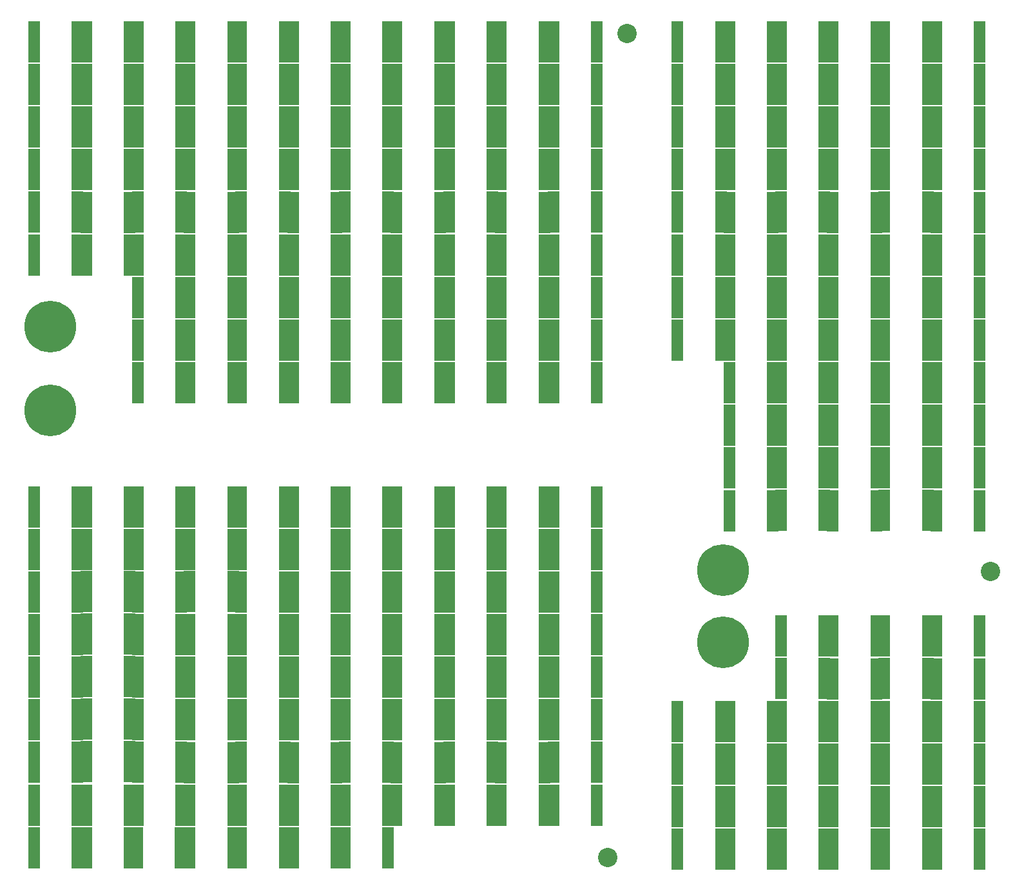
<source format=gbr>
G04 #@! TF.GenerationSoftware,KiCad,Pcbnew,(5.0.0)*
G04 #@! TF.CreationDate,2019-06-04T18:43:43-07:00*
G04 #@! TF.ProjectId,SSB Cap Board - Rev2,5353422043617020426F617264202D20,rev?*
G04 #@! TF.SameCoordinates,Original*
G04 #@! TF.FileFunction,Soldermask,Bot*
G04 #@! TF.FilePolarity,Negative*
%FSLAX46Y46*%
G04 Gerber Fmt 4.6, Leading zero omitted, Abs format (unit mm)*
G04 Created by KiCad (PCBNEW (5.0.0)) date 06/04/19 18:43:43*
%MOMM*%
%LPD*%
G01*
G04 APERTURE LIST*
%ADD10C,2.540000*%
%ADD11R,1.650000X5.400000*%
%ADD12C,6.800000*%
%ADD13C,1.200000*%
G04 APERTURE END LIST*
D10*
G04 #@! TO.C,REF\002A\002A*
X63500000Y33800000D03*
G04 #@! TD*
G04 #@! TO.C,REF\002A\002A*
X13200000Y-3800000D03*
G04 #@! TD*
G04 #@! TO.C,REF\002A\002A*
X15800000Y104500000D03*
G04 #@! TD*
D11*
G04 #@! TO.C,C579*
X28095000Y75405000D03*
X22395000Y75405000D03*
G04 #@! TD*
G04 #@! TO.C,C577*
X28095000Y86605000D03*
X22395000Y86605000D03*
G04 #@! TD*
G04 #@! TO.C,C575*
X41695000Y92205000D03*
X35995000Y92205000D03*
G04 #@! TD*
G04 #@! TO.C,C574*
X48505000Y75395000D03*
X42805000Y75395000D03*
G04 #@! TD*
G04 #@! TO.C,C600*
X56405000Y75395000D03*
X62105000Y75395000D03*
G04 #@! TD*
G04 #@! TO.C,C569*
X28095000Y81005000D03*
X22395000Y81005000D03*
G04 #@! TD*
G04 #@! TO.C,C567*
X28095000Y92205000D03*
X22395000Y92205000D03*
G04 #@! TD*
G04 #@! TO.C,C571*
X62105000Y69795000D03*
X56405000Y69795000D03*
G04 #@! TD*
G04 #@! TO.C,C598*
X41695000Y25305000D03*
X35995000Y25305000D03*
G04 #@! TD*
G04 #@! TO.C,C594*
X28095000Y97805000D03*
X22395000Y97805000D03*
G04 #@! TD*
G04 #@! TO.C,C582*
X41695000Y103405000D03*
X35995000Y103405000D03*
G04 #@! TD*
G04 #@! TO.C,C580*
X62105000Y92195000D03*
X56405000Y92195000D03*
G04 #@! TD*
G04 #@! TO.C,C589*
X42805000Y64195000D03*
X48505000Y64195000D03*
G04 #@! TD*
G04 #@! TO.C,C587*
X56405000Y64195000D03*
X62105000Y64195000D03*
G04 #@! TD*
G04 #@! TO.C,C586*
X49595000Y47405000D03*
X55295000Y47405000D03*
G04 #@! TD*
G04 #@! TO.C,C583*
X28095000Y103405000D03*
X22395000Y103405000D03*
G04 #@! TD*
G04 #@! TO.C,C581*
X29205000Y52995000D03*
X34905000Y52995000D03*
G04 #@! TD*
G04 #@! TO.C,C505*
X48505000Y19695000D03*
X42805000Y19695000D03*
G04 #@! TD*
G04 #@! TO.C,C503*
X22395000Y14105000D03*
X28095000Y14105000D03*
G04 #@! TD*
G04 #@! TO.C,C502*
X56405000Y103395000D03*
X62105000Y103395000D03*
G04 #@! TD*
G04 #@! TO.C,C501*
X34905000Y103395000D03*
X29205000Y103395000D03*
G04 #@! TD*
G04 #@! TO.C,C500*
X56405000Y25295000D03*
X62105000Y25295000D03*
G04 #@! TD*
G04 #@! TO.C,C498*
X49595000Y-2695000D03*
X55295000Y-2695000D03*
G04 #@! TD*
G04 #@! TO.C,C452*
X42805000Y14095000D03*
X48505000Y14095000D03*
G04 #@! TD*
G04 #@! TO.C,C449*
X35995000Y53005000D03*
X41695000Y53005000D03*
G04 #@! TD*
G04 #@! TO.C,C496*
X28095000Y64205000D03*
X22395000Y64205000D03*
G04 #@! TD*
G04 #@! TO.C,C495*
X34905000Y2895000D03*
X29205000Y2895000D03*
G04 #@! TD*
G04 #@! TO.C,C493*
X34905000Y97795000D03*
X29205000Y97795000D03*
G04 #@! TD*
G04 #@! TO.C,C492*
X56405000Y19695000D03*
X62105000Y19695000D03*
G04 #@! TD*
G04 #@! TO.C,C491*
X49595000Y2905000D03*
X55295000Y2905000D03*
G04 #@! TD*
G04 #@! TO.C,C490*
X42805000Y8495000D03*
X48505000Y8495000D03*
G04 #@! TD*
G04 #@! TO.C,C499*
X35995000Y58605000D03*
X41695000Y58605000D03*
G04 #@! TD*
G04 #@! TO.C,C497*
X28095000Y-2695000D03*
X22395000Y-2695000D03*
G04 #@! TD*
G04 #@! TO.C,C524*
X35995000Y47405000D03*
X41695000Y47405000D03*
G04 #@! TD*
G04 #@! TO.C,C523*
X29205000Y-2705000D03*
X34905000Y-2705000D03*
G04 #@! TD*
G04 #@! TO.C,C522*
X49595000Y81005000D03*
X55295000Y81005000D03*
G04 #@! TD*
G04 #@! TO.C,C521*
X29205000Y92195000D03*
X34905000Y92195000D03*
G04 #@! TD*
G04 #@! TO.C,C520*
X62105000Y14095000D03*
X56405000Y14095000D03*
G04 #@! TD*
G04 #@! TO.C,C519*
X55295000Y8505000D03*
X49595000Y8505000D03*
G04 #@! TD*
G04 #@! TO.C,C518*
X48505000Y2895000D03*
X42805000Y2895000D03*
G04 #@! TD*
G04 #@! TO.C,C480*
X41695000Y64205000D03*
X35995000Y64205000D03*
G04 #@! TD*
G04 #@! TO.C,C506*
X22395000Y2905000D03*
X28095000Y2905000D03*
G04 #@! TD*
G04 #@! TO.C,C515*
X42805000Y103395000D03*
X48505000Y103395000D03*
G04 #@! TD*
G04 #@! TO.C,C514*
X35995000Y-2695000D03*
X41695000Y-2695000D03*
G04 #@! TD*
G04 #@! TO.C,C513*
X56405000Y41795000D03*
X62105000Y41795000D03*
G04 #@! TD*
G04 #@! TO.C,C512*
X49595000Y86605000D03*
X55295000Y86605000D03*
G04 #@! TD*
G04 #@! TO.C,C511*
X29205000Y86595000D03*
X34905000Y86595000D03*
G04 #@! TD*
G04 #@! TO.C,C510*
X62105000Y8495000D03*
X56405000Y8495000D03*
G04 #@! TD*
G04 #@! TO.C,C509*
X55295000Y14105000D03*
X49595000Y14105000D03*
G04 #@! TD*
G04 #@! TO.C,C507*
X48505000Y-2705000D03*
X42805000Y-2705000D03*
G04 #@! TD*
G04 #@! TO.C,C516*
X41695000Y69805000D03*
X35995000Y69805000D03*
G04 #@! TD*
G04 #@! TO.C,C469*
X22395000Y8505000D03*
X28095000Y8505000D03*
G04 #@! TD*
G04 #@! TO.C,C468*
X42805000Y97795000D03*
X48505000Y97795000D03*
G04 #@! TD*
G04 #@! TO.C,C467*
X35995000Y2905000D03*
X41695000Y2905000D03*
G04 #@! TD*
G04 #@! TO.C,C466*
X55295000Y41805000D03*
X49595000Y41805000D03*
G04 #@! TD*
G04 #@! TO.C,C465*
X49595000Y92205000D03*
X55295000Y92205000D03*
G04 #@! TD*
G04 #@! TO.C,C464*
X42805000Y41795000D03*
X48505000Y41795000D03*
G04 #@! TD*
G04 #@! TO.C,C463*
X34905000Y80995000D03*
X29205000Y80995000D03*
G04 #@! TD*
G04 #@! TO.C,C461*
X56405000Y2895000D03*
X62105000Y2895000D03*
G04 #@! TD*
G04 #@! TO.C,C488*
X49595000Y19705000D03*
X55295000Y19705000D03*
G04 #@! TD*
G04 #@! TO.C,C460*
X41695000Y75405000D03*
X35995000Y75405000D03*
G04 #@! TD*
G04 #@! TO.C,C459*
X34905000Y8495000D03*
X29205000Y8495000D03*
G04 #@! TD*
G04 #@! TO.C,C458*
X42805000Y92195000D03*
X48505000Y92195000D03*
G04 #@! TD*
G04 #@! TO.C,C457*
X35995000Y8505000D03*
X41695000Y8505000D03*
G04 #@! TD*
G04 #@! TO.C,C455*
X49595000Y97805000D03*
X55295000Y97805000D03*
G04 #@! TD*
G04 #@! TO.C,C454*
X41695000Y41805000D03*
X35995000Y41805000D03*
G04 #@! TD*
G04 #@! TO.C,C453*
X34905000Y75395000D03*
X29205000Y75395000D03*
G04 #@! TD*
G04 #@! TO.C,C489*
X35995000Y19705000D03*
X41695000Y19705000D03*
G04 #@! TD*
G04 #@! TO.C,C487*
X55295000Y25305000D03*
X49595000Y25305000D03*
G04 #@! TD*
G04 #@! TO.C,C486*
X35995000Y81005000D03*
X41695000Y81005000D03*
G04 #@! TD*
G04 #@! TO.C,C485*
X42805000Y86595000D03*
X48505000Y86595000D03*
G04 #@! TD*
G04 #@! TO.C,C484*
X35995000Y14105000D03*
X41695000Y14105000D03*
G04 #@! TD*
G04 #@! TO.C,C483*
X56405000Y86595000D03*
X62105000Y86595000D03*
G04 #@! TD*
G04 #@! TO.C,C482*
X49595000Y103405000D03*
X55295000Y103405000D03*
G04 #@! TD*
G04 #@! TO.C,C481*
X56405000Y97795000D03*
X62105000Y97795000D03*
G04 #@! TD*
G04 #@! TO.C,C508*
X34905000Y69795000D03*
X29205000Y69795000D03*
G04 #@! TD*
G04 #@! TO.C,C478*
X22395000Y69805000D03*
X28095000Y69805000D03*
G04 #@! TD*
G04 #@! TO.C,C476*
X48505000Y25295000D03*
X42805000Y25295000D03*
G04 #@! TD*
G04 #@! TO.C,C475*
X41695000Y86605000D03*
X35995000Y86605000D03*
G04 #@! TD*
G04 #@! TO.C,C474*
X48505000Y80995000D03*
X42805000Y80995000D03*
G04 #@! TD*
G04 #@! TO.C,C473*
X56405000Y80995000D03*
X62105000Y80995000D03*
G04 #@! TD*
G04 #@! TO.C,C472*
X62105000Y-2705000D03*
X56405000Y-2705000D03*
G04 #@! TD*
G04 #@! TO.C,C470*
X34905000Y64195000D03*
X29205000Y64195000D03*
G04 #@! TD*
G04 #@! TO.C,C525*
X34905000Y58595000D03*
X29205000Y58595000D03*
G04 #@! TD*
G04 #@! TO.C,C565*
X35995000Y97805000D03*
X41695000Y97805000D03*
G04 #@! TD*
G04 #@! TO.C,C526*
X48505000Y69795000D03*
X42805000Y69795000D03*
G04 #@! TD*
G04 #@! TO.C,C543*
X48505000Y58595000D03*
X42805000Y58595000D03*
G04 #@! TD*
G04 #@! TO.C,C541*
X62105000Y58595000D03*
X56405000Y58595000D03*
G04 #@! TD*
G04 #@! TO.C,C539*
X49595000Y53005000D03*
X55295000Y53005000D03*
G04 #@! TD*
G04 #@! TO.C,C538*
X29205000Y14095000D03*
X34905000Y14095000D03*
G04 #@! TD*
G04 #@! TO.C,C563*
X34905000Y47395000D03*
X29205000Y47395000D03*
G04 #@! TD*
G04 #@! TO.C,C533*
X48505000Y52995000D03*
X42805000Y52995000D03*
G04 #@! TD*
G04 #@! TO.C,C531*
X62105000Y52995000D03*
X56405000Y52995000D03*
G04 #@! TD*
G04 #@! TO.C,C529*
X49595000Y58605000D03*
X55295000Y58605000D03*
G04 #@! TD*
G04 #@! TO.C,C561*
X48505000Y47395000D03*
X42805000Y47395000D03*
G04 #@! TD*
G04 #@! TO.C,C559*
X62105000Y47395000D03*
X56405000Y47395000D03*
G04 #@! TD*
G04 #@! TO.C,C557*
X49595000Y64205000D03*
X55295000Y64205000D03*
G04 #@! TD*
G04 #@! TO.C,C549*
X34905000Y41795000D03*
X29205000Y41795000D03*
G04 #@! TD*
G04 #@! TO.C,C547*
X49595000Y69805000D03*
X55295000Y69805000D03*
G04 #@! TD*
G04 #@! TO.C,C426*
X55295000Y75405000D03*
X49595000Y75405000D03*
G04 #@! TD*
G04 #@! TO.C,C173*
X-56405000Y31105000D03*
X-62105000Y31105000D03*
G04 #@! TD*
G04 #@! TO.C,C300*
X-22395000Y80995000D03*
X-28095000Y80995000D03*
G04 #@! TD*
G04 #@! TO.C,C242*
X-22395000Y86595000D03*
X-28095000Y86595000D03*
G04 #@! TD*
G04 #@! TO.C,C239*
X-28095000Y58595000D03*
X-22395000Y58595000D03*
G04 #@! TD*
G04 #@! TO.C,C232*
X-28095000Y92195000D03*
X-22395000Y92195000D03*
G04 #@! TD*
G04 #@! TO.C,C250*
X-22395000Y64195000D03*
X-28095000Y64195000D03*
G04 #@! TD*
G04 #@! TO.C,C255*
X-28095000Y42295000D03*
X-22395000Y42295000D03*
G04 #@! TD*
G04 #@! TO.C,C64*
X-62105000Y25505000D03*
X-56405000Y25505000D03*
G04 #@! TD*
G04 #@! TO.C,C5*
X11805000Y25505000D03*
X6105000Y25505000D03*
G04 #@! TD*
G04 #@! TO.C,C23*
X11795000Y19905000D03*
X6095000Y19905000D03*
G04 #@! TD*
G04 #@! TO.C,C129*
X11795000Y14305000D03*
X6095000Y14305000D03*
G04 #@! TD*
G04 #@! TO.C,C307*
X-22395000Y75395000D03*
X-28095000Y75395000D03*
G04 #@! TD*
G04 #@! TO.C,C303*
X6095000Y31105000D03*
X11795000Y31105000D03*
G04 #@! TD*
G04 #@! TO.C,C337*
X-14495000Y36695000D03*
X-8795000Y36695000D03*
G04 #@! TD*
G04 #@! TO.C,C326*
X-22395000Y103395000D03*
X-28095000Y103395000D03*
G04 #@! TD*
G04 #@! TO.C,C323*
X-28095000Y69795000D03*
X-22395000Y69795000D03*
G04 #@! TD*
G04 #@! TO.C,C391*
X-28095000Y97795000D03*
X-22395000Y97795000D03*
G04 #@! TD*
G04 #@! TO.C,C342*
X-35995000Y-2505000D03*
X-41695000Y-2505000D03*
G04 #@! TD*
G04 #@! TO.C,C341*
X-48580365Y-2495000D03*
X-42880365Y-2495000D03*
G04 #@! TD*
G04 #@! TO.C,C340*
X-22395000Y3095000D03*
X-28095000Y3095000D03*
G04 #@! TD*
G04 #@! TO.C,C339*
X-21305000Y-2495000D03*
X-15605000Y-2495000D03*
G04 #@! TD*
G04 #@! TO.C,C338*
X-62105000Y36705000D03*
X-56405000Y36705000D03*
G04 #@! TD*
G04 #@! TO.C,C336*
X-34905000Y-2495000D03*
X-29205000Y-2495000D03*
G04 #@! TD*
G04 #@! TO.C,C335*
X-49595000Y25595000D03*
X-55295000Y25595000D03*
G04 #@! TD*
G04 #@! TO.C,C334*
X-48505000Y3105000D03*
X-42805000Y3105000D03*
G04 #@! TD*
G04 #@! TO.C,C333*
X-48505000Y31105000D03*
X-42805000Y31105000D03*
G04 #@! TD*
G04 #@! TO.C,C332*
X-22395000Y-2505000D03*
X-28095000Y-2505000D03*
G04 #@! TD*
G04 #@! TO.C,C376*
X-21305000Y3105000D03*
X-15605000Y3105000D03*
G04 #@! TD*
G04 #@! TO.C,C328*
X-62105000Y42305000D03*
X-56405000Y42305000D03*
G04 #@! TD*
G04 #@! TO.C,C327*
X-49595000Y97795000D03*
X-55295000Y97795000D03*
G04 #@! TD*
G04 #@! TO.C,C325*
X-49595000Y19995000D03*
X-55295000Y19995000D03*
G04 #@! TD*
G04 #@! TO.C,C324*
X-48505000Y8705000D03*
X-42805000Y8705000D03*
G04 #@! TD*
G04 #@! TO.C,C322*
X-49595000Y-2505000D03*
X-55295000Y-2505000D03*
G04 #@! TD*
G04 #@! TO.C,C321*
X-21305000Y8705000D03*
X-15605000Y8705000D03*
G04 #@! TD*
G04 #@! TO.C,C320*
X-34905000Y19905000D03*
X-29205000Y19905000D03*
G04 #@! TD*
G04 #@! TO.C,C319*
X-49595000Y92195000D03*
X-55295000Y92195000D03*
G04 #@! TD*
G04 #@! TO.C,C318*
X-7605000Y42305000D03*
X-1905000Y42305000D03*
G04 #@! TD*
G04 #@! TO.C,C317*
X-34905000Y8705000D03*
X-29205000Y8705000D03*
G04 #@! TD*
G04 #@! TO.C,C316*
X-49595000Y14395000D03*
X-55295000Y14395000D03*
G04 #@! TD*
G04 #@! TO.C,C331*
X-48505000Y14305000D03*
X-42805000Y14305000D03*
G04 #@! TD*
G04 #@! TO.C,C330*
X-35995000Y25495000D03*
X-41695000Y25495000D03*
G04 #@! TD*
G04 #@! TO.C,C329*
X-7605000Y3105000D03*
X-1905000Y3105000D03*
G04 #@! TD*
G04 #@! TO.C,C374*
X-21305000Y14305000D03*
X-15605000Y14305000D03*
G04 #@! TD*
G04 #@! TO.C,C373*
X-34905000Y25505000D03*
X-29205000Y25505000D03*
G04 #@! TD*
G04 #@! TO.C,C372*
X-49595000Y86595000D03*
X-55295000Y86595000D03*
G04 #@! TD*
G04 #@! TO.C,C371*
X4905000Y92195000D03*
X-795000Y92195000D03*
G04 #@! TD*
G04 #@! TO.C,C370*
X-49595000Y3095000D03*
X-55295000Y3095000D03*
G04 #@! TD*
G04 #@! TO.C,C369*
X6095000Y36705000D03*
X11795000Y36705000D03*
G04 #@! TD*
G04 #@! TO.C,C368*
X-8795000Y103395000D03*
X-14495000Y103395000D03*
G04 #@! TD*
G04 #@! TO.C,C367*
X-49595000Y8795000D03*
X-55295000Y8795000D03*
G04 #@! TD*
G04 #@! TO.C,C366*
X-48505000Y19905000D03*
X-42805000Y19905000D03*
G04 #@! TD*
G04 #@! TO.C,C365*
X-35995000Y19895000D03*
X-41695000Y19895000D03*
G04 #@! TD*
G04 #@! TO.C,C364*
X-7605000Y8705000D03*
X-1905000Y8705000D03*
G04 #@! TD*
G04 #@! TO.C,C363*
X-21305000Y19905000D03*
X-15605000Y19905000D03*
G04 #@! TD*
G04 #@! TO.C,C346*
X-34905000Y31105000D03*
X-29205000Y31105000D03*
G04 #@! TD*
G04 #@! TO.C,C344*
X-49595000Y80995000D03*
X-55295000Y80995000D03*
G04 #@! TD*
G04 #@! TO.C,C359*
X4905000Y86595000D03*
X-795000Y86595000D03*
G04 #@! TD*
G04 #@! TO.C,C357*
X-8795000Y97795000D03*
X-14495000Y97795000D03*
G04 #@! TD*
G04 #@! TO.C,C356*
X-34905000Y14305000D03*
X-29205000Y14305000D03*
G04 #@! TD*
G04 #@! TO.C,C355*
X-62105000Y8705000D03*
X-56405000Y8705000D03*
G04 #@! TD*
G04 #@! TO.C,C354*
X-48505000Y25505000D03*
X-42805000Y25505000D03*
G04 #@! TD*
G04 #@! TO.C,C353*
X-35995000Y14295000D03*
X-41695000Y14295000D03*
G04 #@! TD*
G04 #@! TO.C,C352*
X-7605000Y14305000D03*
X-1905000Y14305000D03*
G04 #@! TD*
G04 #@! TO.C,C351*
X-21305000Y25505000D03*
X-15605000Y25505000D03*
G04 #@! TD*
G04 #@! TO.C,C350*
X-34905000Y36705000D03*
X-29205000Y36705000D03*
G04 #@! TD*
G04 #@! TO.C,C349*
X-49595000Y75395000D03*
X-55295000Y75395000D03*
G04 #@! TD*
G04 #@! TO.C,C348*
X4905000Y80995000D03*
X-795000Y80995000D03*
G04 #@! TD*
G04 #@! TO.C,C347*
X-7605000Y58605000D03*
X-1905000Y58605000D03*
G04 #@! TD*
G04 #@! TO.C,C362*
X-8795000Y92195000D03*
X-14495000Y92195000D03*
G04 #@! TD*
G04 #@! TO.C,C361*
X-7605000Y36705000D03*
X-1905000Y36705000D03*
G04 #@! TD*
G04 #@! TO.C,C360*
X-8795000Y31095000D03*
X-14495000Y31095000D03*
G04 #@! TD*
G04 #@! TO.C,C279*
X-62105000Y103405000D03*
X-56405000Y103405000D03*
G04 #@! TD*
G04 #@! TO.C,C278*
X4905000Y75395000D03*
X-795000Y75395000D03*
G04 #@! TD*
G04 #@! TO.C,C277*
X-8795000Y80995000D03*
X-14495000Y80995000D03*
G04 #@! TD*
G04 #@! TO.C,C276*
X4905000Y103395000D03*
X-795000Y103395000D03*
G04 #@! TD*
G04 #@! TO.C,C275*
X-22395000Y8695000D03*
X-28095000Y8695000D03*
G04 #@! TD*
G04 #@! TO.C,C274*
X-21305000Y42305000D03*
X-15605000Y42305000D03*
G04 #@! TD*
G04 #@! TO.C,C272*
X-22417000Y19910000D03*
X-28117000Y19910000D03*
G04 #@! TD*
G04 #@! TO.C,C271*
X4905000Y58595000D03*
X-795000Y58595000D03*
G04 #@! TD*
G04 #@! TO.C,C270*
X-7605000Y81005000D03*
X-1905000Y81005000D03*
G04 #@! TD*
G04 #@! TO.C,C269*
X-8795000Y69795000D03*
X-14495000Y69795000D03*
G04 #@! TD*
G04 #@! TO.C,C315*
X-21305000Y69805000D03*
X-15605000Y69805000D03*
G04 #@! TD*
G04 #@! TO.C,C267*
X-49595000Y103395000D03*
X-55295000Y103395000D03*
G04 #@! TD*
G04 #@! TO.C,C313*
X-8795000Y14295000D03*
X-14495000Y14295000D03*
G04 #@! TD*
G04 #@! TO.C,C312*
X-7605000Y103405000D03*
X-1905000Y103405000D03*
G04 #@! TD*
G04 #@! TO.C,C263*
X-21305000Y81005000D03*
X-15605000Y81005000D03*
G04 #@! TD*
G04 #@! TO.C,C256*
X4905000Y42295000D03*
X-795000Y42295000D03*
G04 #@! TD*
G04 #@! TO.C,C254*
X-7605000Y97805000D03*
X-1905000Y97805000D03*
G04 #@! TD*
G04 #@! TO.C,C268*
X-21305000Y86605000D03*
X-15605000Y86605000D03*
G04 #@! TD*
G04 #@! TO.C,C306*
X4905000Y36695000D03*
X-795000Y36695000D03*
G04 #@! TD*
G04 #@! TO.C,C305*
X-21305000Y92205000D03*
X-15605000Y92205000D03*
G04 #@! TD*
G04 #@! TO.C,C297*
X-8795000Y42295000D03*
X-14495000Y42295000D03*
G04 #@! TD*
G04 #@! TO.C,C280*
X-21305000Y97805000D03*
X-15605000Y97805000D03*
G04 #@! TD*
G04 #@! TO.C,C290*
X4905000Y97795000D03*
X-795000Y97795000D03*
G04 #@! TD*
G04 #@! TO.C,C288*
X-21305000Y103405000D03*
X-15605000Y103405000D03*
G04 #@! TD*
G04 #@! TO.C,C375*
X-49595000Y42295000D03*
X-55295000Y42295000D03*
G04 #@! TD*
G04 #@! TO.C,C393*
X-35995000Y103395000D03*
X-41695000Y103395000D03*
G04 #@! TD*
G04 #@! TO.C,C69*
X11795000Y86605000D03*
X6095000Y86605000D03*
G04 #@! TD*
G04 #@! TO.C,C67*
X4905000Y3095000D03*
X-795000Y3095000D03*
G04 #@! TD*
G04 #@! TO.C,C66*
X4905000Y25495000D03*
X-795000Y25495000D03*
G04 #@! TD*
G04 #@! TO.C,C79*
X-21305000Y36708105D03*
X-15605000Y36708105D03*
G04 #@! TD*
G04 #@! TO.C,C124*
X-42805000Y42305000D03*
X-48505000Y42305000D03*
G04 #@! TD*
G04 #@! TO.C,C123*
X-35995000Y92195000D03*
X-41695000Y92195000D03*
G04 #@! TD*
G04 #@! TO.C,C122*
X11795000Y42305000D03*
X6095000Y42305000D03*
G04 #@! TD*
G04 #@! TO.C,C121*
X6095000Y103415470D03*
X11795000Y103415470D03*
G04 #@! TD*
G04 #@! TO.C,C117*
X-34905000Y92205000D03*
X-29205000Y92205000D03*
G04 #@! TD*
G04 #@! TO.C,C114*
X-41695000Y86595000D03*
X-35995000Y86595000D03*
G04 #@! TD*
G04 #@! TO.C,C113*
X-56405000Y-2495000D03*
X-62105000Y-2495000D03*
G04 #@! TD*
G04 #@! TO.C,C112*
X-34905000Y81005000D03*
X-29205000Y81005000D03*
G04 #@! TD*
G04 #@! TO.C,C111*
X-42805000Y81005000D03*
X-48505000Y81005000D03*
G04 #@! TD*
G04 #@! TO.C,C159*
X-35995000Y58595000D03*
X-41695000Y58595000D03*
G04 #@! TD*
G04 #@! TO.C,C109*
X11795000Y75405000D03*
X6095000Y75405000D03*
G04 #@! TD*
G04 #@! TO.C,C107*
X4905000Y19895000D03*
X-795000Y19895000D03*
G04 #@! TD*
G04 #@! TO.C,C104*
X4905000Y8695000D03*
X-795000Y8695000D03*
G04 #@! TD*
G04 #@! TO.C,C103*
X-34905000Y103405000D03*
X-29205000Y103405000D03*
G04 #@! TD*
G04 #@! TO.C,C102*
X-34905000Y64205000D03*
X-29205000Y64205000D03*
G04 #@! TD*
G04 #@! TO.C,C101*
X-42805000Y64205000D03*
X-48505000Y64205000D03*
G04 #@! TD*
G04 #@! TO.C,C100*
X-41695000Y75395000D03*
X-35995000Y75395000D03*
G04 #@! TD*
G04 #@! TO.C,C99*
X11795000Y58605000D03*
X6095000Y58605000D03*
G04 #@! TD*
G04 #@! TO.C,C98*
X-42805000Y103405000D03*
X-48505000Y103405000D03*
G04 #@! TD*
G04 #@! TO.C,C28*
X4905000Y31095000D03*
X-795000Y31095000D03*
G04 #@! TD*
G04 #@! TO.C,C27*
X-8795000Y3095000D03*
X-14495000Y3095000D03*
G04 #@! TD*
G04 #@! TO.C,C26*
X-29205000Y42305000D03*
X-34905000Y42305000D03*
G04 #@! TD*
G04 #@! TO.C,C25*
X-48505000Y36705000D03*
X-42805000Y36705000D03*
G04 #@! TD*
G04 #@! TO.C,C24*
X-35995000Y97795000D03*
X-41695000Y97795000D03*
G04 #@! TD*
G04 #@! TO.C,C20*
X-48505000Y69805000D03*
X-42805000Y69805000D03*
G04 #@! TD*
G04 #@! TO.C,C19*
X-41695000Y69795000D03*
X-35995000Y69795000D03*
G04 #@! TD*
G04 #@! TO.C,C18*
X11795000Y64205000D03*
X6095000Y64205000D03*
G04 #@! TD*
G04 #@! TO.C,C6*
X-34905000Y75405000D03*
X-29205000Y75405000D03*
G04 #@! TD*
G04 #@! TO.C,C7*
X-42805000Y75405000D03*
X-48505000Y75405000D03*
G04 #@! TD*
G04 #@! TO.C,C8*
X-35995000Y64195000D03*
X-41695000Y64195000D03*
G04 #@! TD*
G04 #@! TO.C,C9*
X11795000Y69805000D03*
X6095000Y69805000D03*
G04 #@! TD*
G04 #@! TO.C,C17*
X-62105000Y14305000D03*
X-56405000Y14305000D03*
G04 #@! TD*
G04 #@! TO.C,C58*
X-34905000Y86605000D03*
X-29205000Y86605000D03*
G04 #@! TD*
G04 #@! TO.C,C57*
X-35995000Y42295000D03*
X-41695000Y42295000D03*
G04 #@! TD*
G04 #@! TO.C,C56*
X-48505000Y86605000D03*
X-42805000Y86605000D03*
G04 #@! TD*
G04 #@! TO.C,C54*
X11795000Y81005000D03*
X6095000Y81005000D03*
G04 #@! TD*
G04 #@! TO.C,C30*
X-48505000Y92205000D03*
X-42805000Y92205000D03*
G04 #@! TD*
G04 #@! TO.C,C42*
X-34905000Y69805000D03*
X-29205000Y69805000D03*
G04 #@! TD*
G04 #@! TO.C,C218*
X-8795000Y58595000D03*
X-14495000Y58595000D03*
G04 #@! TD*
G04 #@! TO.C,C217*
X-7605000Y92205000D03*
X-1905000Y92205000D03*
G04 #@! TD*
G04 #@! TO.C,C216*
X-35995000Y31195000D03*
X-41695000Y31195000D03*
G04 #@! TD*
G04 #@! TO.C,C214*
X-49595000Y36695000D03*
X-55295000Y36695000D03*
G04 #@! TD*
G04 #@! TO.C,C210*
X-8795000Y8695000D03*
X-14495000Y8695000D03*
G04 #@! TD*
G04 #@! TO.C,C208*
X-21305000Y75405000D03*
X-15605000Y75405000D03*
G04 #@! TD*
G04 #@! TO.C,C207*
X-8795000Y64195000D03*
X-14495000Y64195000D03*
G04 #@! TD*
G04 #@! TO.C,C206*
X-7605000Y86605000D03*
X-1905000Y86605000D03*
G04 #@! TD*
G04 #@! TO.C,C205*
X6095000Y3105000D03*
X11795000Y3105000D03*
G04 #@! TD*
G04 #@! TO.C,C202*
X-62105000Y97805000D03*
X-56405000Y97805000D03*
G04 #@! TD*
G04 #@! TO.C,C204*
X-8795000Y19895000D03*
X-14495000Y19895000D03*
G04 #@! TD*
G04 #@! TO.C,C249*
X-21305000Y64205000D03*
X-15605000Y64205000D03*
G04 #@! TD*
G04 #@! TO.C,C248*
X-8795000Y75395000D03*
X-14495000Y75395000D03*
G04 #@! TD*
G04 #@! TO.C,C247*
X-7605000Y75405000D03*
X-1905000Y75405000D03*
G04 #@! TD*
G04 #@! TO.C,C246*
X4905000Y64195000D03*
X-795000Y64195000D03*
G04 #@! TD*
G04 #@! TO.C,C245*
X-22417000Y25510000D03*
X-28117000Y25510000D03*
G04 #@! TD*
G04 #@! TO.C,C244*
X-62105000Y86605000D03*
X-56405000Y86605000D03*
G04 #@! TD*
G04 #@! TO.C,C243*
X-22395000Y14295000D03*
X-28095000Y14295000D03*
G04 #@! TD*
G04 #@! TO.C,C241*
X-7605000Y31105000D03*
X-1905000Y31105000D03*
G04 #@! TD*
G04 #@! TO.C,C240*
X-8795000Y25495000D03*
X-14495000Y25495000D03*
G04 #@! TD*
G04 #@! TO.C,C238*
X-21305000Y58605000D03*
X-15605000Y58605000D03*
G04 #@! TD*
G04 #@! TO.C,C219*
X-7605000Y69805000D03*
X-1905000Y69805000D03*
G04 #@! TD*
G04 #@! TO.C,C235*
X4905000Y69795000D03*
X-795000Y69795000D03*
G04 #@! TD*
G04 #@! TO.C,C234*
X-22417000Y31110000D03*
X-28117000Y31110000D03*
G04 #@! TD*
G04 #@! TO.C,C233*
X-62105000Y81005000D03*
X-56405000Y81005000D03*
G04 #@! TD*
G04 #@! TO.C,C231*
X-7605000Y25505000D03*
X-1905000Y25505000D03*
G04 #@! TD*
G04 #@! TO.C,C230*
X-62105000Y92205000D03*
X-56405000Y92205000D03*
G04 #@! TD*
G04 #@! TO.C,C229*
X-35995000Y8695000D03*
X-41695000Y8695000D03*
G04 #@! TD*
G04 #@! TO.C,C228*
X-7605000Y19905000D03*
X-1905000Y19905000D03*
G04 #@! TD*
G04 #@! TO.C,C227*
X-21305000Y31105000D03*
X-15605000Y31105000D03*
G04 #@! TD*
G04 #@! TO.C,C226*
X-62105000Y75405000D03*
X-56405000Y75405000D03*
G04 #@! TD*
G04 #@! TO.C,C225*
X-22395000Y36695000D03*
X-28095000Y36695000D03*
G04 #@! TD*
G04 #@! TO.C,C224*
X-7605000Y64205000D03*
X-1905000Y64205000D03*
G04 #@! TD*
G04 #@! TO.C,C223*
X-8795000Y86595000D03*
X-14495000Y86595000D03*
G04 #@! TD*
G04 #@! TO.C,C220*
X-35995000Y3095000D03*
X-41695000Y3095000D03*
G04 #@! TD*
G04 #@! TO.C,C151*
X-35995000Y36695000D03*
X-41695000Y36695000D03*
G04 #@! TD*
G04 #@! TO.C,C150*
X6095000Y97805000D03*
X11795000Y97805000D03*
G04 #@! TD*
G04 #@! TO.C,C130*
X11795000Y92205000D03*
X6095000Y92205000D03*
G04 #@! TD*
G04 #@! TO.C,C141*
X4905000Y14295000D03*
X-795000Y14295000D03*
G04 #@! TD*
G04 #@! TO.C,C187*
X-34905000Y97805000D03*
X-29205000Y97805000D03*
G04 #@! TD*
G04 #@! TO.C,C186*
X-34905000Y58605000D03*
X-29205000Y58605000D03*
G04 #@! TD*
G04 #@! TO.C,C185*
X-48505000Y58605000D03*
X-42805000Y58605000D03*
G04 #@! TD*
G04 #@! TO.C,C184*
X-35995000Y80995000D03*
X-41695000Y80995000D03*
G04 #@! TD*
G04 #@! TO.C,C183*
X6095000Y8705000D03*
X11795000Y8705000D03*
G04 #@! TD*
G04 #@! TO.C,C182*
X-48505000Y97805000D03*
X-42805000Y97805000D03*
G04 #@! TD*
G04 #@! TO.C,C181*
X-62105000Y19905000D03*
X-56405000Y19905000D03*
G04 #@! TD*
G04 #@! TO.C,C221*
X-34905000Y3105000D03*
X-29205000Y3105000D03*
G04 #@! TD*
G04 #@! TO.C,C345*
X-62105000Y3105000D03*
X-56405000Y3105000D03*
G04 #@! TD*
G04 #@! TO.C,C236*
X-49595000Y31195000D03*
X-55295000Y31195000D03*
G04 #@! TD*
D12*
G04 #@! TO.C,TP3*
X28400000Y34000000D03*
D13*
X30800000Y34000000D03*
X30097056Y32302944D03*
X28400000Y31600000D03*
X26702944Y32302944D03*
X26000000Y34000000D03*
X26702944Y35697056D03*
X28400000Y36400000D03*
X30097056Y35697056D03*
G04 #@! TD*
D12*
G04 #@! TO.C,TP4*
X28400000Y24500000D03*
D13*
X30800000Y24500000D03*
X30097056Y22802944D03*
X28400000Y22100000D03*
X26702944Y22802944D03*
X26000000Y24500000D03*
X26702944Y26197056D03*
X28400000Y26900000D03*
X30097056Y26197056D03*
G04 #@! TD*
D12*
G04 #@! TO.C,TP1*
X-60000000Y55000000D03*
D13*
X-57600000Y55000000D03*
X-58302944Y53302944D03*
X-60000000Y52600000D03*
X-61697056Y53302944D03*
X-62400000Y55000000D03*
X-61697056Y56697056D03*
X-60000000Y57400000D03*
X-58302944Y56697056D03*
G04 #@! TD*
D12*
G04 #@! TO.C,TP2*
X-60000000Y66000000D03*
D13*
X-57600000Y66000000D03*
X-58302944Y64302944D03*
X-60000000Y63600000D03*
X-61697056Y64302944D03*
X-62400000Y66000000D03*
X-61697056Y67697056D03*
X-60000000Y68400000D03*
X-58302944Y67697056D03*
G04 #@! TD*
M02*

</source>
